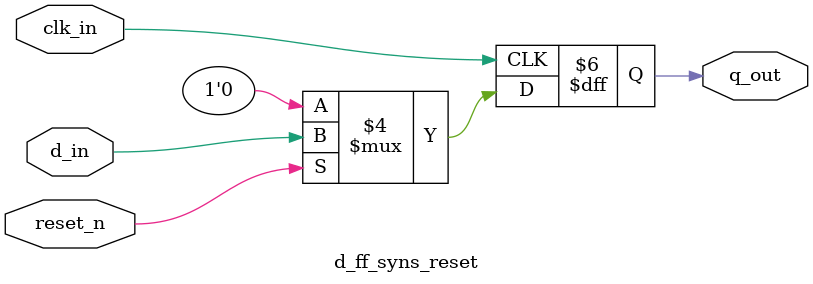
<source format=v>
`timescale 1ns / 1ps


module d_ff_syns_reset(
                input d_in,
                input clk_in,
                input reset_n,
                output reg q_out
                );
      always @(posedge clk_in)
      begin
            if(!reset_n)
                q_out <=1'b0;
            else
                q_out <= d_in;
            
      end
      
endmodule

</source>
